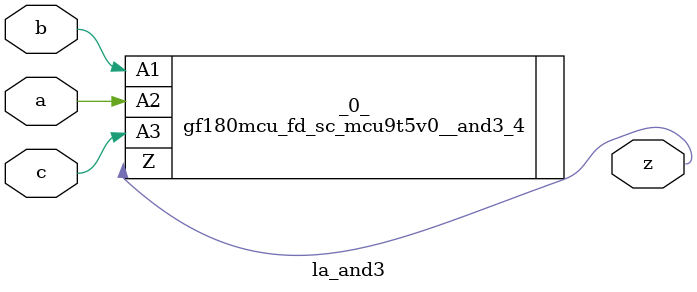
<source format=v>

/* Generated by Yosys 0.44 (git sha1 80ba43d26, g++ 11.4.0-1ubuntu1~22.04 -fPIC -O3) */

(* top =  1  *)
(* src = "inputs/la_and3.v:10.1-21.10" *)
module la_and3 (
    a,
    b,
    c,
    z
);
  (* src = "inputs/la_and3.v:13.12-13.13" *)
  input a;
  wire a;
  (* src = "inputs/la_and3.v:14.12-14.13" *)
  input b;
  wire b;
  (* src = "inputs/la_and3.v:15.12-15.13" *)
  input c;
  wire c;
  (* src = "inputs/la_and3.v:16.12-16.13" *)
  output z;
  wire z;
  gf180mcu_fd_sc_mcu9t5v0__and3_4 _0_ (
      .A1(b),
      .A2(a),
      .A3(c),
      .Z (z)
  );
endmodule

</source>
